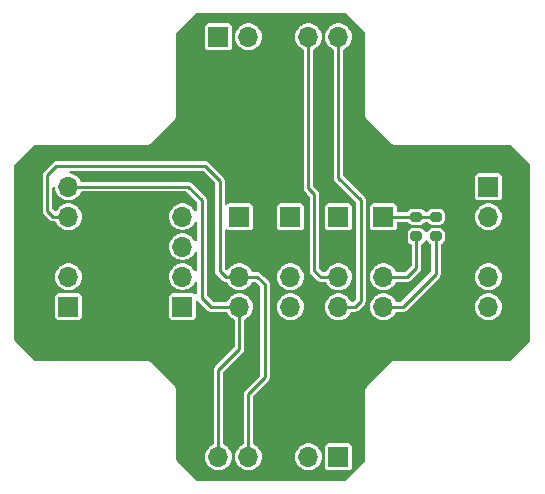
<source format=gbr>
%TF.GenerationSoftware,KiCad,Pcbnew,8.0.2*%
%TF.CreationDate,2024-06-10T10:52:32+02:00*%
%TF.ProjectId,Bag plane,42616720-706c-4616-9e65-2e6b69636164,rev?*%
%TF.SameCoordinates,Original*%
%TF.FileFunction,Copper,L1,Top*%
%TF.FilePolarity,Positive*%
%FSLAX46Y46*%
G04 Gerber Fmt 4.6, Leading zero omitted, Abs format (unit mm)*
G04 Created by KiCad (PCBNEW 8.0.2) date 2024-06-10 10:52:32*
%MOMM*%
%LPD*%
G01*
G04 APERTURE LIST*
G04 Aperture macros list*
%AMRoundRect*
0 Rectangle with rounded corners*
0 $1 Rounding radius*
0 $2 $3 $4 $5 $6 $7 $8 $9 X,Y pos of 4 corners*
0 Add a 4 corners polygon primitive as box body*
4,1,4,$2,$3,$4,$5,$6,$7,$8,$9,$2,$3,0*
0 Add four circle primitives for the rounded corners*
1,1,$1+$1,$2,$3*
1,1,$1+$1,$4,$5*
1,1,$1+$1,$6,$7*
1,1,$1+$1,$8,$9*
0 Add four rect primitives between the rounded corners*
20,1,$1+$1,$2,$3,$4,$5,0*
20,1,$1+$1,$4,$5,$6,$7,0*
20,1,$1+$1,$6,$7,$8,$9,0*
20,1,$1+$1,$8,$9,$2,$3,0*%
G04 Aperture macros list end*
%TA.AperFunction,ComponentPad*%
%ADD10R,1.700000X1.700000*%
%TD*%
%TA.AperFunction,ComponentPad*%
%ADD11O,1.700000X1.700000*%
%TD*%
%TA.AperFunction,SMDPad,CuDef*%
%ADD12RoundRect,0.200000X0.275000X-0.200000X0.275000X0.200000X-0.275000X0.200000X-0.275000X-0.200000X0*%
%TD*%
%TA.AperFunction,Conductor*%
%ADD13C,0.254000*%
%TD*%
G04 APERTURE END LIST*
D10*
%TO.P,J7,1,Pin_1*%
%TO.N,/VCC J7*%
X145796000Y-71120000D03*
D11*
%TO.P,J7,2,Pin_2*%
%TO.N,unconnected-(J7-Pin_2-Pad2)*%
X145796000Y-73660000D03*
%TO.P,J7,3,Pin_3*%
%TO.N,GND*%
X145796000Y-76200000D03*
%TO.P,J7,4,Pin_4*%
%TO.N,/SDA*%
X145796000Y-78740000D03*
%TO.P,J7,5,Pin_5*%
%TO.N,/SCL*%
X145796000Y-81280000D03*
%TD*%
D12*
%TO.P,R2,1*%
%TO.N,/SDA*%
X139700000Y-75323200D03*
%TO.P,R2,2*%
%TO.N,/VCC*%
X139700000Y-73673200D03*
%TD*%
D10*
%TO.P,J2,1,Pin_1*%
%TO.N,/VCC J2*%
X110236000Y-81275000D03*
D11*
%TO.P,J2,2,Pin_2*%
%TO.N,unconnected-(J2-Pin_2-Pad2)*%
X110236000Y-78735000D03*
%TO.P,J2,3,Pin_3*%
%TO.N,GND*%
X110236000Y-76195000D03*
%TO.P,J2,4,Pin_4*%
%TO.N,/SDA*%
X110236000Y-73655000D03*
%TO.P,J2,5,Pin_5*%
%TO.N,/SCL*%
X110236000Y-71115000D03*
%TD*%
D10*
%TO.P,J4,1,Pin_1*%
%TO.N,/VCC*%
X129032000Y-73660000D03*
D11*
%TO.P,J4,2,Pin_2*%
%TO.N,GND*%
X129032000Y-76200000D03*
%TO.P,J4,3,Pin_3*%
%TO.N,/SDA*%
X129032000Y-78740000D03*
%TO.P,J4,4,Pin_4*%
%TO.N,/SCL*%
X129032000Y-81280000D03*
%TD*%
D10*
%TO.P,J5,1,Pin_1*%
%TO.N,/VCC*%
X133096000Y-73670000D03*
D11*
%TO.P,J5,2,Pin_2*%
%TO.N,GND*%
X133096000Y-76210000D03*
%TO.P,J5,3,Pin_3*%
%TO.N,/SDA*%
X133096000Y-78750000D03*
%TO.P,J5,4,Pin_4*%
%TO.N,/SCL*%
X133096000Y-81290000D03*
%TD*%
D10*
%TO.P,J6,1,Pin_1*%
%TO.N,/VCC*%
X136906000Y-73660000D03*
D11*
%TO.P,J6,2,Pin_2*%
%TO.N,GND*%
X136906000Y-76200000D03*
%TO.P,J6,3,Pin_3*%
%TO.N,/SDA*%
X136906000Y-78740000D03*
%TO.P,J6,4,Pin_4*%
%TO.N,/SCL*%
X136906000Y-81280000D03*
%TD*%
D10*
%TO.P,J9,1,Pin_1*%
%TO.N,4*%
X119888000Y-81270000D03*
D11*
%TO.P,J9,2,Pin_2*%
%TO.N,3*%
X119888000Y-78730000D03*
%TO.P,J9,3,Pin_3*%
%TO.N,2*%
X119888000Y-76190000D03*
%TO.P,J9,4,Pin_4*%
%TO.N,1*%
X119888000Y-73650000D03*
%TD*%
D10*
%TO.P,J1,1,Pin_1*%
%TO.N,/VCC J1*%
X122936000Y-58420000D03*
D11*
%TO.P,J1,2,Pin_2*%
%TO.N,unconnected-(J1-Pin_2-Pad2)*%
X125476000Y-58420000D03*
%TO.P,J1,3,Pin_3*%
%TO.N,GND*%
X128016000Y-58420000D03*
%TO.P,J1,4,Pin_4*%
%TO.N,/SDA*%
X130556000Y-58420000D03*
%TO.P,J1,5,Pin_5*%
%TO.N,/SCL*%
X133096000Y-58420000D03*
%TD*%
D10*
%TO.P,J3,1,Pin_1*%
%TO.N,/VCC*%
X124714000Y-73660000D03*
D11*
%TO.P,J3,2,Pin_2*%
%TO.N,GND*%
X124714000Y-76200000D03*
%TO.P,J3,3,Pin_3*%
%TO.N,/SDA*%
X124714000Y-78740000D03*
%TO.P,J3,4,Pin_4*%
%TO.N,/SCL*%
X124714000Y-81280000D03*
%TD*%
D10*
%TO.P,J8,1,Pin_1*%
%TO.N,/VCC J8*%
X133096000Y-93980000D03*
D11*
%TO.P,J8,2,Pin_2*%
%TO.N,unconnected-(J8-Pin_2-Pad2)*%
X130556000Y-93980000D03*
%TO.P,J8,3,Pin_3*%
%TO.N,GND*%
X128016000Y-93980000D03*
%TO.P,J8,4,Pin_4*%
%TO.N,/SDA*%
X125476000Y-93980000D03*
%TO.P,J8,5,Pin_5*%
%TO.N,/SCL*%
X122936000Y-93980000D03*
%TD*%
D12*
%TO.P,R1,1*%
%TO.N,/SCL*%
X141351000Y-75323200D03*
%TO.P,R1,2*%
%TO.N,/VCC*%
X141351000Y-73673200D03*
%TD*%
D13*
%TO.N,/VCC*%
X136919200Y-73673200D02*
X136906000Y-73660000D01*
X141351000Y-73673200D02*
X139700000Y-73673200D01*
X139700000Y-73673200D02*
X136919200Y-73673200D01*
%TO.N,/SDA*%
X123571000Y-78740000D02*
X124714000Y-78740000D01*
X131582000Y-78750000D02*
X133096000Y-78750000D01*
X126873000Y-79375000D02*
X126238000Y-78740000D01*
X130556000Y-58420000D02*
X130556000Y-71247000D01*
X109220000Y-69342000D02*
X121793000Y-69342000D01*
X121793000Y-69342000D02*
X123063000Y-70612000D01*
X123063000Y-78232000D02*
X123571000Y-78740000D01*
X125476000Y-88646000D02*
X126873000Y-87249000D01*
X131064000Y-78232000D02*
X131582000Y-78750000D01*
X139700000Y-77978000D02*
X139700000Y-75323200D01*
X126873000Y-87249000D02*
X126873000Y-79375000D01*
X130556000Y-71247000D02*
X131064000Y-71755000D01*
X131064000Y-71755000D02*
X131064000Y-78232000D01*
X108458000Y-73152000D02*
X108458000Y-70104000D01*
X138938000Y-78740000D02*
X139700000Y-77978000D01*
X125476000Y-93980000D02*
X125476000Y-88646000D01*
X123063000Y-70612000D02*
X123063000Y-78232000D01*
X110236000Y-73655000D02*
X108961000Y-73655000D01*
X126238000Y-78740000D02*
X124714000Y-78740000D01*
X108961000Y-73655000D02*
X108458000Y-73152000D01*
X108458000Y-70104000D02*
X109220000Y-69342000D01*
X136906000Y-78740000D02*
X138938000Y-78740000D01*
%TO.N,/SCL*%
X122301000Y-81280000D02*
X124714000Y-81280000D01*
X133096000Y-70358000D02*
X135001000Y-72263000D01*
X135001000Y-80772000D02*
X134483000Y-81290000D01*
X135001000Y-72263000D02*
X135001000Y-80772000D01*
X124714000Y-84836000D02*
X124714000Y-81280000D01*
X138557000Y-81280000D02*
X141351000Y-78486000D01*
X121539000Y-80518000D02*
X122301000Y-81280000D01*
X136906000Y-81280000D02*
X138557000Y-81280000D01*
X110236000Y-71115000D02*
X120391000Y-71115000D01*
X122936000Y-93980000D02*
X122936000Y-86614000D01*
X121539000Y-72263000D02*
X121539000Y-80518000D01*
X141351000Y-78486000D02*
X141351000Y-75323200D01*
X122936000Y-86614000D02*
X124714000Y-84836000D01*
X133096000Y-58420000D02*
X133096000Y-70358000D01*
X120391000Y-71115000D02*
X121539000Y-72263000D01*
X134483000Y-81290000D02*
X133096000Y-81290000D01*
%TD*%
%TA.AperFunction,Conductor*%
%TO.N,GND*%
G36*
X133695049Y-56408185D02*
G01*
X133715691Y-56424819D01*
X135345181Y-58054309D01*
X135378666Y-58115632D01*
X135381500Y-58141990D01*
X135381500Y-65122944D01*
X135416153Y-65252275D01*
X135449626Y-65310250D01*
X135483099Y-65368227D01*
X137577773Y-67462901D01*
X137693726Y-67529847D01*
X137823055Y-67564500D01*
X147598010Y-67564500D01*
X147665049Y-67584185D01*
X147685691Y-67600819D01*
X149315181Y-69230309D01*
X149348666Y-69291632D01*
X149351500Y-69317990D01*
X149351500Y-84098010D01*
X149331815Y-84165049D01*
X149315181Y-84185691D01*
X147685691Y-85815181D01*
X147624368Y-85848666D01*
X147598010Y-85851500D01*
X137823055Y-85851500D01*
X137693724Y-85886153D01*
X137577773Y-85953099D01*
X137577770Y-85953101D01*
X135483101Y-88047770D01*
X135483099Y-88047773D01*
X135416153Y-88163724D01*
X135381500Y-88293055D01*
X135381500Y-94258010D01*
X135361815Y-94325049D01*
X135345181Y-94345691D01*
X133715691Y-95975181D01*
X133654368Y-96008666D01*
X133628010Y-96011500D01*
X121133990Y-96011500D01*
X121066951Y-95991815D01*
X121046309Y-95975181D01*
X119416819Y-94345691D01*
X119383334Y-94284368D01*
X119380500Y-94258010D01*
X119380500Y-88293057D01*
X119380500Y-88293055D01*
X119345847Y-88163726D01*
X119278901Y-88047773D01*
X117184227Y-85953099D01*
X117126250Y-85919626D01*
X117068275Y-85886153D01*
X117003609Y-85868826D01*
X116938945Y-85851500D01*
X116938944Y-85851500D01*
X107417990Y-85851500D01*
X107350951Y-85831815D01*
X107330309Y-85815181D01*
X105700819Y-84185691D01*
X105667334Y-84124368D01*
X105664500Y-84098010D01*
X105664500Y-80383206D01*
X109106100Y-80383206D01*
X109106100Y-82166793D01*
X109108815Y-82190194D01*
X109151085Y-82285923D01*
X109225076Y-82359914D01*
X109225077Y-82359914D01*
X109225079Y-82359916D01*
X109320807Y-82402185D01*
X109344210Y-82404900D01*
X109344212Y-82404900D01*
X111127788Y-82404900D01*
X111127790Y-82404900D01*
X111151193Y-82402185D01*
X111246921Y-82359916D01*
X111320916Y-82285921D01*
X111363185Y-82190193D01*
X111365900Y-82166790D01*
X111365900Y-80383210D01*
X111363185Y-80359807D01*
X111320916Y-80264079D01*
X111320914Y-80264077D01*
X111320914Y-80264076D01*
X111246923Y-80190085D01*
X111235599Y-80185085D01*
X111226885Y-80181237D01*
X111151194Y-80147815D01*
X111127793Y-80145100D01*
X111127790Y-80145100D01*
X109344210Y-80145100D01*
X109344206Y-80145100D01*
X109320805Y-80147815D01*
X109225076Y-80190085D01*
X109151085Y-80264076D01*
X109108815Y-80359805D01*
X109106100Y-80383206D01*
X105664500Y-80383206D01*
X105664500Y-78734999D01*
X109101259Y-78734999D01*
X109101259Y-78735000D01*
X109120579Y-78943507D01*
X109177885Y-79144913D01*
X109177890Y-79144926D01*
X109228184Y-79245928D01*
X109271224Y-79332364D01*
X109393640Y-79494470D01*
X109397418Y-79499472D01*
X109397421Y-79499475D01*
X109552165Y-79640542D01*
X109552167Y-79640544D01*
X109730198Y-79750776D01*
X109730199Y-79750776D01*
X109730202Y-79750778D01*
X109925463Y-79826423D01*
X110131299Y-79864900D01*
X110131301Y-79864900D01*
X110340699Y-79864900D01*
X110340701Y-79864900D01*
X110546537Y-79826423D01*
X110741798Y-79750778D01*
X110919834Y-79640543D01*
X111074584Y-79499470D01*
X111200776Y-79332364D01*
X111294114Y-79144916D01*
X111351420Y-78943508D01*
X111370741Y-78735000D01*
X111351420Y-78526492D01*
X111294114Y-78325084D01*
X111291625Y-78320086D01*
X111221089Y-78178430D01*
X111200776Y-78137636D01*
X111074584Y-77970530D01*
X111074581Y-77970527D01*
X111074578Y-77970524D01*
X110919834Y-77829457D01*
X110919832Y-77829455D01*
X110741801Y-77719223D01*
X110741795Y-77719221D01*
X110728894Y-77714223D01*
X110546537Y-77643577D01*
X110340701Y-77605100D01*
X110131299Y-77605100D01*
X109925463Y-77643577D01*
X109912557Y-77648577D01*
X109730204Y-77719221D01*
X109730198Y-77719223D01*
X109552167Y-77829455D01*
X109552165Y-77829457D01*
X109397421Y-77970524D01*
X109397418Y-77970527D01*
X109271224Y-78137635D01*
X109177890Y-78325073D01*
X109177885Y-78325086D01*
X109120579Y-78526492D01*
X109101259Y-78734999D01*
X105664500Y-78734999D01*
X105664500Y-73205567D01*
X108051099Y-73205567D01*
X108061685Y-73245073D01*
X108078830Y-73309058D01*
X108132399Y-73401843D01*
X108635399Y-73904842D01*
X108711158Y-73980601D01*
X108803943Y-74034170D01*
X108907431Y-74061900D01*
X109099607Y-74061900D01*
X109166646Y-74081585D01*
X109210607Y-74130629D01*
X109271222Y-74252362D01*
X109306237Y-74298729D01*
X109393640Y-74414470D01*
X109397418Y-74419472D01*
X109397421Y-74419475D01*
X109552165Y-74560542D01*
X109552167Y-74560544D01*
X109730198Y-74670776D01*
X109730199Y-74670776D01*
X109730202Y-74670778D01*
X109925463Y-74746423D01*
X110131299Y-74784900D01*
X110131301Y-74784900D01*
X110340699Y-74784900D01*
X110340701Y-74784900D01*
X110546537Y-74746423D01*
X110741798Y-74670778D01*
X110919834Y-74560543D01*
X111074584Y-74419470D01*
X111200776Y-74252364D01*
X111294114Y-74064916D01*
X111351420Y-73863508D01*
X111370741Y-73655000D01*
X111351420Y-73446492D01*
X111294114Y-73245084D01*
X111292002Y-73240843D01*
X111236993Y-73130370D01*
X111200776Y-73057636D01*
X111074584Y-72890530D01*
X111074581Y-72890527D01*
X111074578Y-72890524D01*
X110919834Y-72749457D01*
X110919832Y-72749455D01*
X110741801Y-72639223D01*
X110741795Y-72639221D01*
X110728894Y-72634223D01*
X110546537Y-72563577D01*
X110340701Y-72525100D01*
X110131299Y-72525100D01*
X109925463Y-72563577D01*
X109801981Y-72611414D01*
X109730204Y-72639221D01*
X109730198Y-72639223D01*
X109552167Y-72749455D01*
X109552165Y-72749457D01*
X109397421Y-72890524D01*
X109397418Y-72890527D01*
X109271225Y-73057633D01*
X109237631Y-73125099D01*
X109190127Y-73176335D01*
X109122464Y-73193756D01*
X109056124Y-73171830D01*
X109038957Y-73157513D01*
X108901216Y-73019773D01*
X108867734Y-72958452D01*
X108864900Y-72932094D01*
X108864900Y-71246359D01*
X108884585Y-71179320D01*
X108937389Y-71133565D01*
X109006547Y-71123621D01*
X109070103Y-71152646D01*
X109107877Y-71211424D01*
X109112371Y-71234918D01*
X109120579Y-71323507D01*
X109177885Y-71524913D01*
X109177890Y-71524926D01*
X109271224Y-71712364D01*
X109397418Y-71879472D01*
X109397421Y-71879475D01*
X109552165Y-72020542D01*
X109552167Y-72020544D01*
X109730198Y-72130776D01*
X109730199Y-72130776D01*
X109730202Y-72130778D01*
X109925463Y-72206423D01*
X110131299Y-72244900D01*
X110131301Y-72244900D01*
X110340699Y-72244900D01*
X110340701Y-72244900D01*
X110546537Y-72206423D01*
X110741798Y-72130778D01*
X110919834Y-72020543D01*
X111074584Y-71879470D01*
X111200776Y-71712364D01*
X111257751Y-71597943D01*
X111261393Y-71590629D01*
X111308896Y-71539391D01*
X111372393Y-71521900D01*
X120171094Y-71521900D01*
X120238133Y-71541585D01*
X120258775Y-71558219D01*
X121095781Y-72395225D01*
X121129266Y-72456548D01*
X121132100Y-72482906D01*
X121132100Y-73086378D01*
X121112415Y-73153417D01*
X121059611Y-73199172D01*
X120990453Y-73209116D01*
X120926897Y-73180091D01*
X120897100Y-73141650D01*
X120875579Y-73098430D01*
X120852776Y-73052636D01*
X120726584Y-72885530D01*
X120726581Y-72885527D01*
X120726578Y-72885524D01*
X120571834Y-72744457D01*
X120571832Y-72744455D01*
X120393801Y-72634223D01*
X120393795Y-72634221D01*
X120383070Y-72630066D01*
X120198537Y-72558577D01*
X119992701Y-72520100D01*
X119783299Y-72520100D01*
X119577463Y-72558577D01*
X119479364Y-72596581D01*
X119382204Y-72634221D01*
X119382198Y-72634223D01*
X119204167Y-72744455D01*
X119204165Y-72744457D01*
X119049421Y-72885524D01*
X119049418Y-72885527D01*
X118923224Y-73052635D01*
X118829890Y-73240073D01*
X118829885Y-73240086D01*
X118772579Y-73441492D01*
X118753259Y-73649999D01*
X118753259Y-73650000D01*
X118772579Y-73858507D01*
X118829885Y-74059913D01*
X118829890Y-74059926D01*
X118923223Y-74247362D01*
X118923224Y-74247364D01*
X118998431Y-74346955D01*
X119049418Y-74414472D01*
X119049421Y-74414475D01*
X119060391Y-74424475D01*
X119200052Y-74551793D01*
X119204165Y-74555542D01*
X119204167Y-74555544D01*
X119382198Y-74665776D01*
X119382199Y-74665776D01*
X119382202Y-74665778D01*
X119577463Y-74741423D01*
X119783299Y-74779900D01*
X119783301Y-74779900D01*
X119992699Y-74779900D01*
X119992701Y-74779900D01*
X120198537Y-74741423D01*
X120393798Y-74665778D01*
X120571834Y-74555543D01*
X120726584Y-74414470D01*
X120852776Y-74247364D01*
X120852777Y-74247362D01*
X120897100Y-74158350D01*
X120944603Y-74107112D01*
X121012265Y-74089691D01*
X121078606Y-74111616D01*
X121122561Y-74165928D01*
X121132100Y-74213621D01*
X121132100Y-75626378D01*
X121112415Y-75693417D01*
X121059611Y-75739172D01*
X120990453Y-75749116D01*
X120926897Y-75720091D01*
X120897100Y-75681650D01*
X120880486Y-75648286D01*
X120852776Y-75592636D01*
X120726584Y-75425530D01*
X120726581Y-75425527D01*
X120726578Y-75425524D01*
X120571834Y-75284457D01*
X120571832Y-75284455D01*
X120393801Y-75174223D01*
X120393795Y-75174221D01*
X120198537Y-75098577D01*
X119992701Y-75060100D01*
X119783299Y-75060100D01*
X119577463Y-75098577D01*
X119453981Y-75146414D01*
X119382204Y-75174221D01*
X119382198Y-75174223D01*
X119204167Y-75284455D01*
X119204165Y-75284457D01*
X119049421Y-75425524D01*
X119049418Y-75425527D01*
X118923224Y-75592635D01*
X118829890Y-75780073D01*
X118829885Y-75780086D01*
X118772579Y-75981492D01*
X118753259Y-76189999D01*
X118753259Y-76190000D01*
X118772579Y-76398507D01*
X118829885Y-76599913D01*
X118829890Y-76599926D01*
X118923224Y-76787364D01*
X119049418Y-76954472D01*
X119049421Y-76954475D01*
X119204165Y-77095542D01*
X119204167Y-77095544D01*
X119382198Y-77205776D01*
X119382199Y-77205776D01*
X119382202Y-77205778D01*
X119577463Y-77281423D01*
X119783299Y-77319900D01*
X119783301Y-77319900D01*
X119992699Y-77319900D01*
X119992701Y-77319900D01*
X120198537Y-77281423D01*
X120393798Y-77205778D01*
X120571834Y-77095543D01*
X120726584Y-76954470D01*
X120852776Y-76787364D01*
X120869578Y-76753621D01*
X120897100Y-76698350D01*
X120944603Y-76647112D01*
X121012265Y-76629691D01*
X121078606Y-76651616D01*
X121122561Y-76705928D01*
X121132100Y-76753621D01*
X121132100Y-78166378D01*
X121112415Y-78233417D01*
X121059611Y-78279172D01*
X120990453Y-78289116D01*
X120926897Y-78260091D01*
X120897100Y-78221650D01*
X120875579Y-78178430D01*
X120852776Y-78132636D01*
X120726584Y-77965530D01*
X120726581Y-77965527D01*
X120726578Y-77965524D01*
X120571834Y-77824457D01*
X120571832Y-77824455D01*
X120393801Y-77714223D01*
X120393795Y-77714221D01*
X120198537Y-77638577D01*
X119992701Y-77600100D01*
X119783299Y-77600100D01*
X119577463Y-77638577D01*
X119453981Y-77686414D01*
X119382204Y-77714221D01*
X119382198Y-77714223D01*
X119204167Y-77824455D01*
X119204165Y-77824457D01*
X119049421Y-77965524D01*
X119049418Y-77965527D01*
X118923224Y-78132635D01*
X118829890Y-78320073D01*
X118829885Y-78320086D01*
X118772579Y-78521492D01*
X118753259Y-78729999D01*
X118753259Y-78730000D01*
X118772579Y-78938507D01*
X118829885Y-79139913D01*
X118829890Y-79139926D01*
X118923224Y-79327364D01*
X119049418Y-79494472D01*
X119049421Y-79494475D01*
X119204165Y-79635542D01*
X119204167Y-79635544D01*
X119382198Y-79745776D01*
X119382199Y-79745776D01*
X119382202Y-79745778D01*
X119577463Y-79821423D01*
X119783299Y-79859900D01*
X119783301Y-79859900D01*
X119992699Y-79859900D01*
X119992701Y-79859900D01*
X120198537Y-79821423D01*
X120393798Y-79745778D01*
X120571834Y-79635543D01*
X120726584Y-79494470D01*
X120852776Y-79327364D01*
X120869578Y-79293621D01*
X120897100Y-79238350D01*
X120944603Y-79187112D01*
X121012265Y-79169691D01*
X121078606Y-79191616D01*
X121122561Y-79245928D01*
X121132100Y-79293621D01*
X121132100Y-80118900D01*
X121112415Y-80185939D01*
X121059611Y-80231694D01*
X120990453Y-80241638D01*
X120926897Y-80212613D01*
X120920419Y-80206581D01*
X120898923Y-80185085D01*
X120803194Y-80142815D01*
X120779793Y-80140100D01*
X120779790Y-80140100D01*
X118996210Y-80140100D01*
X118996206Y-80140100D01*
X118972805Y-80142815D01*
X118877076Y-80185085D01*
X118803085Y-80259076D01*
X118760815Y-80354805D01*
X118758100Y-80378206D01*
X118758100Y-82161793D01*
X118760815Y-82185194D01*
X118803085Y-82280923D01*
X118877076Y-82354914D01*
X118877077Y-82354914D01*
X118877079Y-82354916D01*
X118972807Y-82397185D01*
X118996210Y-82399900D01*
X118996212Y-82399900D01*
X120779788Y-82399900D01*
X120779790Y-82399900D01*
X120803193Y-82397185D01*
X120898921Y-82354916D01*
X120972916Y-82280921D01*
X121015185Y-82185193D01*
X121017900Y-82161790D01*
X121017900Y-80871706D01*
X121037585Y-80804667D01*
X121090389Y-80758912D01*
X121159547Y-80748968D01*
X121223103Y-80777993D01*
X121229581Y-80784025D01*
X122051157Y-81605601D01*
X122143943Y-81659170D01*
X122247430Y-81686900D01*
X122247431Y-81686900D01*
X123577607Y-81686900D01*
X123644646Y-81706585D01*
X123688607Y-81755629D01*
X123749222Y-81877362D01*
X123875418Y-82044472D01*
X123875421Y-82044475D01*
X124030165Y-82185542D01*
X124030167Y-82185544D01*
X124046318Y-82195544D01*
X124208202Y-82295778D01*
X124208207Y-82295779D01*
X124208209Y-82295781D01*
X124227892Y-82303406D01*
X124283295Y-82345978D01*
X124306886Y-82411744D01*
X124307100Y-82419033D01*
X124307100Y-84616094D01*
X124287415Y-84683133D01*
X124270781Y-84703775D01*
X122610400Y-86364155D01*
X122610396Y-86364160D01*
X122556829Y-86456941D01*
X122556830Y-86456941D01*
X122556830Y-86456942D01*
X122529100Y-86560431D01*
X122529100Y-92840966D01*
X122509415Y-92908005D01*
X122456611Y-92953760D01*
X122449899Y-92956591D01*
X122430198Y-92964223D01*
X122252167Y-93074455D01*
X122252165Y-93074457D01*
X122097421Y-93215524D01*
X122097418Y-93215527D01*
X121971224Y-93382635D01*
X121877890Y-93570073D01*
X121877885Y-93570086D01*
X121820579Y-93771492D01*
X121801259Y-93979999D01*
X121801259Y-93980000D01*
X121820579Y-94188507D01*
X121877885Y-94389913D01*
X121877890Y-94389926D01*
X121909325Y-94453055D01*
X121971224Y-94577364D01*
X122076123Y-94716274D01*
X122097418Y-94744472D01*
X122097421Y-94744475D01*
X122252165Y-94885542D01*
X122252167Y-94885544D01*
X122430198Y-94995776D01*
X122430199Y-94995776D01*
X122430202Y-94995778D01*
X122625463Y-95071423D01*
X122831299Y-95109900D01*
X122831301Y-95109900D01*
X123040699Y-95109900D01*
X123040701Y-95109900D01*
X123246537Y-95071423D01*
X123441798Y-94995778D01*
X123619834Y-94885543D01*
X123774584Y-94744470D01*
X123900776Y-94577364D01*
X123994114Y-94389916D01*
X124051420Y-94188508D01*
X124070741Y-93980000D01*
X124051420Y-93771492D01*
X123994114Y-93570084D01*
X123900776Y-93382636D01*
X123774584Y-93215530D01*
X123774581Y-93215527D01*
X123774578Y-93215524D01*
X123619834Y-93074457D01*
X123619832Y-93074455D01*
X123441801Y-92964223D01*
X123422101Y-92956591D01*
X123366701Y-92914016D01*
X123343114Y-92848248D01*
X123342900Y-92840966D01*
X123342900Y-86833906D01*
X123362585Y-86766867D01*
X123379219Y-86746225D01*
X124172345Y-85953099D01*
X125039601Y-85085843D01*
X125093170Y-84993057D01*
X125120900Y-84889570D01*
X125120900Y-84782430D01*
X125120900Y-82419033D01*
X125140585Y-82351994D01*
X125193389Y-82306239D01*
X125200108Y-82303406D01*
X125219790Y-82295781D01*
X125219789Y-82295781D01*
X125219798Y-82295778D01*
X125397834Y-82185543D01*
X125552584Y-82044470D01*
X125678776Y-81877364D01*
X125772114Y-81689916D01*
X125829420Y-81488508D01*
X125848741Y-81280000D01*
X125829420Y-81071492D01*
X125772114Y-80870084D01*
X125768793Y-80863415D01*
X125696599Y-80718430D01*
X125678776Y-80682636D01*
X125552584Y-80515530D01*
X125552581Y-80515527D01*
X125552578Y-80515524D01*
X125397834Y-80374457D01*
X125397832Y-80374455D01*
X125219801Y-80264223D01*
X125219795Y-80264221D01*
X125024537Y-80188577D01*
X124818701Y-80150100D01*
X124609299Y-80150100D01*
X124403463Y-80188577D01*
X124292166Y-80231694D01*
X124208204Y-80264221D01*
X124208198Y-80264223D01*
X124030167Y-80374455D01*
X124030165Y-80374457D01*
X123875421Y-80515524D01*
X123875418Y-80515527D01*
X123749222Y-80682637D01*
X123688607Y-80804371D01*
X123641104Y-80855609D01*
X123577607Y-80873100D01*
X122520906Y-80873100D01*
X122453867Y-80853415D01*
X122433225Y-80836781D01*
X121982219Y-80385775D01*
X121948734Y-80324452D01*
X121945900Y-80298094D01*
X121945900Y-72209433D01*
X121945899Y-72209429D01*
X121945093Y-72206422D01*
X121925734Y-72134169D01*
X121924864Y-72130923D01*
X121918171Y-72105945D01*
X121918168Y-72105938D01*
X121864603Y-72013160D01*
X121864599Y-72013155D01*
X120640844Y-70789400D01*
X120640843Y-70789399D01*
X120548058Y-70735830D01*
X120548059Y-70735830D01*
X120522186Y-70728897D01*
X120444570Y-70708100D01*
X120444569Y-70708100D01*
X120444567Y-70708100D01*
X111372393Y-70708100D01*
X111305354Y-70688415D01*
X111261393Y-70639371D01*
X111200777Y-70517637D01*
X111120679Y-70411570D01*
X111074584Y-70350530D01*
X111074581Y-70350527D01*
X111074578Y-70350524D01*
X110919834Y-70209457D01*
X110919832Y-70209455D01*
X110741801Y-70099223D01*
X110741795Y-70099221D01*
X110546537Y-70023577D01*
X110392529Y-69994788D01*
X110330250Y-69963121D01*
X110294977Y-69902809D01*
X110297911Y-69833000D01*
X110338120Y-69775860D01*
X110402838Y-69749529D01*
X110415316Y-69748900D01*
X121573094Y-69748900D01*
X121640133Y-69768585D01*
X121660775Y-69785219D01*
X122619781Y-70744225D01*
X122653266Y-70805548D01*
X122656100Y-70831906D01*
X122656100Y-78285567D01*
X122656099Y-78285567D01*
X122668025Y-78330073D01*
X122683830Y-78389058D01*
X122737399Y-78481843D01*
X123245399Y-78989842D01*
X123321158Y-79065601D01*
X123413943Y-79119170D01*
X123517431Y-79146900D01*
X123577607Y-79146900D01*
X123644646Y-79166585D01*
X123688607Y-79215629D01*
X123749222Y-79337362D01*
X123812320Y-79420917D01*
X123871640Y-79499470D01*
X123875418Y-79504472D01*
X123875421Y-79504475D01*
X124030165Y-79645542D01*
X124030167Y-79645544D01*
X124208198Y-79755776D01*
X124208199Y-79755776D01*
X124208202Y-79755778D01*
X124403463Y-79831423D01*
X124609299Y-79869900D01*
X124609301Y-79869900D01*
X124818699Y-79869900D01*
X124818701Y-79869900D01*
X125024537Y-79831423D01*
X125219798Y-79755778D01*
X125397834Y-79645543D01*
X125552584Y-79504470D01*
X125678776Y-79337364D01*
X125728079Y-79238350D01*
X125739393Y-79215629D01*
X125786896Y-79164391D01*
X125850393Y-79146900D01*
X126018094Y-79146900D01*
X126085133Y-79166585D01*
X126105775Y-79183219D01*
X126429781Y-79507224D01*
X126463266Y-79568547D01*
X126466100Y-79594905D01*
X126466100Y-87029094D01*
X126446415Y-87096133D01*
X126429781Y-87116775D01*
X125150400Y-88396155D01*
X125150396Y-88396160D01*
X125096829Y-88488941D01*
X125096830Y-88488941D01*
X125096830Y-88488942D01*
X125069100Y-88592431D01*
X125069100Y-92840966D01*
X125049415Y-92908005D01*
X124996611Y-92953760D01*
X124989899Y-92956591D01*
X124970198Y-92964223D01*
X124792167Y-93074455D01*
X124792165Y-93074457D01*
X124637421Y-93215524D01*
X124637418Y-93215527D01*
X124511224Y-93382635D01*
X124417890Y-93570073D01*
X124417885Y-93570086D01*
X124360579Y-93771492D01*
X124341259Y-93979999D01*
X124341259Y-93980000D01*
X124360579Y-94188507D01*
X124417885Y-94389913D01*
X124417890Y-94389926D01*
X124449325Y-94453055D01*
X124511224Y-94577364D01*
X124616123Y-94716274D01*
X124637418Y-94744472D01*
X124637421Y-94744475D01*
X124792165Y-94885542D01*
X124792167Y-94885544D01*
X124970198Y-94995776D01*
X124970199Y-94995776D01*
X124970202Y-94995778D01*
X125165463Y-95071423D01*
X125371299Y-95109900D01*
X125371301Y-95109900D01*
X125580699Y-95109900D01*
X125580701Y-95109900D01*
X125786537Y-95071423D01*
X125981798Y-94995778D01*
X126159834Y-94885543D01*
X126314584Y-94744470D01*
X126440776Y-94577364D01*
X126534114Y-94389916D01*
X126591420Y-94188508D01*
X126610741Y-93980000D01*
X126610741Y-93979999D01*
X129421259Y-93979999D01*
X129421259Y-93980000D01*
X129440579Y-94188507D01*
X129497885Y-94389913D01*
X129497890Y-94389926D01*
X129529325Y-94453055D01*
X129591224Y-94577364D01*
X129696123Y-94716274D01*
X129717418Y-94744472D01*
X129717421Y-94744475D01*
X129872165Y-94885542D01*
X129872167Y-94885544D01*
X130050198Y-94995776D01*
X130050199Y-94995776D01*
X130050202Y-94995778D01*
X130245463Y-95071423D01*
X130451299Y-95109900D01*
X130451301Y-95109900D01*
X130660699Y-95109900D01*
X130660701Y-95109900D01*
X130866537Y-95071423D01*
X131061798Y-94995778D01*
X131239834Y-94885543D01*
X131394584Y-94744470D01*
X131520776Y-94577364D01*
X131614114Y-94389916D01*
X131671420Y-94188508D01*
X131690741Y-93980000D01*
X131671420Y-93771492D01*
X131614114Y-93570084D01*
X131520776Y-93382636D01*
X131394584Y-93215530D01*
X131394581Y-93215527D01*
X131394578Y-93215524D01*
X131254916Y-93088206D01*
X131966100Y-93088206D01*
X131966100Y-94871793D01*
X131968815Y-94895194D01*
X132011085Y-94990923D01*
X132085076Y-95064914D01*
X132085077Y-95064914D01*
X132085079Y-95064916D01*
X132180807Y-95107185D01*
X132204210Y-95109900D01*
X132204212Y-95109900D01*
X133987788Y-95109900D01*
X133987790Y-95109900D01*
X134011193Y-95107185D01*
X134106921Y-95064916D01*
X134180916Y-94990921D01*
X134223185Y-94895193D01*
X134225900Y-94871790D01*
X134225900Y-93088210D01*
X134223185Y-93064807D01*
X134180916Y-92969079D01*
X134180914Y-92969077D01*
X134180914Y-92969076D01*
X134106923Y-92895085D01*
X134011194Y-92852815D01*
X133987793Y-92850100D01*
X133987790Y-92850100D01*
X132204210Y-92850100D01*
X132204206Y-92850100D01*
X132180805Y-92852815D01*
X132085076Y-92895085D01*
X132011085Y-92969076D01*
X131968815Y-93064805D01*
X131966100Y-93088206D01*
X131254916Y-93088206D01*
X131239834Y-93074457D01*
X131239832Y-93074455D01*
X131061801Y-92964223D01*
X131061795Y-92964221D01*
X131042100Y-92956591D01*
X130866537Y-92888577D01*
X130660701Y-92850100D01*
X130451299Y-92850100D01*
X130245463Y-92888577D01*
X130195314Y-92908005D01*
X130050204Y-92964221D01*
X130050198Y-92964223D01*
X129872167Y-93074455D01*
X129872165Y-93074457D01*
X129717421Y-93215524D01*
X129717418Y-93215527D01*
X129591224Y-93382635D01*
X129497890Y-93570073D01*
X129497885Y-93570086D01*
X129440579Y-93771492D01*
X129421259Y-93979999D01*
X126610741Y-93979999D01*
X126591420Y-93771492D01*
X126534114Y-93570084D01*
X126440776Y-93382636D01*
X126314584Y-93215530D01*
X126314581Y-93215527D01*
X126314578Y-93215524D01*
X126159834Y-93074457D01*
X126159832Y-93074455D01*
X125981801Y-92964223D01*
X125962101Y-92956591D01*
X125906701Y-92914016D01*
X125883114Y-92848248D01*
X125882900Y-92840966D01*
X125882900Y-88865906D01*
X125902585Y-88798867D01*
X125919219Y-88778225D01*
X126533720Y-88163724D01*
X127198601Y-87498843D01*
X127252170Y-87406058D01*
X127252171Y-87406055D01*
X127259600Y-87378330D01*
X127259600Y-87378328D01*
X127279900Y-87302569D01*
X127279900Y-81279999D01*
X127897259Y-81279999D01*
X127897259Y-81280000D01*
X127916579Y-81488507D01*
X127973885Y-81689913D01*
X127973890Y-81689926D01*
X128067224Y-81877364D01*
X128193418Y-82044472D01*
X128193421Y-82044475D01*
X128348165Y-82185542D01*
X128348167Y-82185544D01*
X128526198Y-82295776D01*
X128526199Y-82295776D01*
X128526202Y-82295778D01*
X128721463Y-82371423D01*
X128927299Y-82409900D01*
X128927301Y-82409900D01*
X129136699Y-82409900D01*
X129136701Y-82409900D01*
X129342537Y-82371423D01*
X129537798Y-82295778D01*
X129715834Y-82185543D01*
X129870584Y-82044470D01*
X129996776Y-81877364D01*
X130090114Y-81689916D01*
X130147420Y-81488508D01*
X130166741Y-81280000D01*
X130147420Y-81071492D01*
X130090114Y-80870084D01*
X130086793Y-80863415D01*
X130014599Y-80718430D01*
X129996776Y-80682636D01*
X129870584Y-80515530D01*
X129870581Y-80515527D01*
X129870578Y-80515524D01*
X129715834Y-80374457D01*
X129715832Y-80374455D01*
X129537801Y-80264223D01*
X129537795Y-80264221D01*
X129342537Y-80188577D01*
X129136701Y-80150100D01*
X128927299Y-80150100D01*
X128721463Y-80188577D01*
X128610166Y-80231694D01*
X128526204Y-80264221D01*
X128526198Y-80264223D01*
X128348167Y-80374455D01*
X128348165Y-80374457D01*
X128193421Y-80515524D01*
X128193418Y-80515527D01*
X128067224Y-80682635D01*
X127973890Y-80870073D01*
X127973885Y-80870086D01*
X127916579Y-81071492D01*
X127897259Y-81279999D01*
X127279900Y-81279999D01*
X127279900Y-79321431D01*
X127252170Y-79217943D01*
X127198601Y-79125158D01*
X127122842Y-79049399D01*
X126813442Y-78739999D01*
X127897259Y-78739999D01*
X127897259Y-78740000D01*
X127916579Y-78948507D01*
X127973885Y-79149913D01*
X127973890Y-79149926D01*
X128059290Y-79321431D01*
X128067224Y-79337364D01*
X128189640Y-79499470D01*
X128193418Y-79504472D01*
X128193421Y-79504475D01*
X128348165Y-79645542D01*
X128348167Y-79645544D01*
X128526198Y-79755776D01*
X128526199Y-79755776D01*
X128526202Y-79755778D01*
X128721463Y-79831423D01*
X128927299Y-79869900D01*
X128927301Y-79869900D01*
X129136699Y-79869900D01*
X129136701Y-79869900D01*
X129342537Y-79831423D01*
X129537798Y-79755778D01*
X129715834Y-79645543D01*
X129870584Y-79504470D01*
X129996776Y-79337364D01*
X130090114Y-79149916D01*
X130147420Y-78948508D01*
X130166741Y-78740000D01*
X130147420Y-78531492D01*
X130090114Y-78330084D01*
X130087625Y-78325086D01*
X130039204Y-78227843D01*
X129996776Y-78142636D01*
X129870584Y-77975530D01*
X129870581Y-77975527D01*
X129870578Y-77975524D01*
X129715834Y-77834457D01*
X129715832Y-77834455D01*
X129537801Y-77724223D01*
X129537795Y-77724221D01*
X129524894Y-77719223D01*
X129342537Y-77648577D01*
X129136701Y-77610100D01*
X128927299Y-77610100D01*
X128721463Y-77648577D01*
X128597981Y-77696414D01*
X128526204Y-77724221D01*
X128526198Y-77724223D01*
X128348167Y-77834455D01*
X128348165Y-77834457D01*
X128193421Y-77975524D01*
X128193418Y-77975527D01*
X128067224Y-78142635D01*
X127973890Y-78330073D01*
X127973885Y-78330086D01*
X127916579Y-78531492D01*
X127897259Y-78739999D01*
X126813442Y-78739999D01*
X126487843Y-78414399D01*
X126395058Y-78360830D01*
X126395059Y-78360830D01*
X126368729Y-78353775D01*
X126291570Y-78333100D01*
X126291569Y-78333100D01*
X126291567Y-78333100D01*
X125850393Y-78333100D01*
X125783354Y-78313415D01*
X125739393Y-78264371D01*
X125678777Y-78142637D01*
X125600100Y-78038452D01*
X125552584Y-77975530D01*
X125552581Y-77975527D01*
X125552578Y-77975524D01*
X125397834Y-77834457D01*
X125397832Y-77834455D01*
X125219801Y-77724223D01*
X125219795Y-77724221D01*
X125206894Y-77719223D01*
X125024537Y-77648577D01*
X124818701Y-77610100D01*
X124609299Y-77610100D01*
X124403463Y-77648577D01*
X124279981Y-77696414D01*
X124208204Y-77724221D01*
X124208198Y-77724223D01*
X124030167Y-77834455D01*
X124030165Y-77834457D01*
X123875421Y-77975524D01*
X123875419Y-77975527D01*
X123875416Y-77975530D01*
X123847804Y-78012094D01*
X123748984Y-78142952D01*
X123692875Y-78184588D01*
X123623163Y-78189279D01*
X123562349Y-78155905D01*
X123506218Y-78099774D01*
X123472734Y-78038451D01*
X123469900Y-78012094D01*
X123469900Y-74811100D01*
X123489585Y-74744061D01*
X123542389Y-74698306D01*
X123611547Y-74688362D01*
X123675103Y-74717387D01*
X123681581Y-74723419D01*
X123703076Y-74744914D01*
X123703077Y-74744914D01*
X123703079Y-74744916D01*
X123798807Y-74787185D01*
X123822210Y-74789900D01*
X123822212Y-74789900D01*
X125605788Y-74789900D01*
X125605790Y-74789900D01*
X125629193Y-74787185D01*
X125724921Y-74744916D01*
X125798916Y-74670921D01*
X125841185Y-74575193D01*
X125843900Y-74551790D01*
X125843900Y-72768210D01*
X125843900Y-72768206D01*
X127902100Y-72768206D01*
X127902100Y-74551793D01*
X127904815Y-74575194D01*
X127947085Y-74670923D01*
X128021076Y-74744914D01*
X128021077Y-74744914D01*
X128021079Y-74744916D01*
X128116807Y-74787185D01*
X128140210Y-74789900D01*
X128140212Y-74789900D01*
X129923788Y-74789900D01*
X129923790Y-74789900D01*
X129947193Y-74787185D01*
X130042921Y-74744916D01*
X130116916Y-74670921D01*
X130159185Y-74575193D01*
X130161900Y-74551790D01*
X130161900Y-72768210D01*
X130159185Y-72744807D01*
X130116916Y-72649079D01*
X130116914Y-72649077D01*
X130116914Y-72649076D01*
X130042923Y-72575085D01*
X129947194Y-72532815D01*
X129923793Y-72530100D01*
X129923790Y-72530100D01*
X128140210Y-72530100D01*
X128140206Y-72530100D01*
X128116805Y-72532815D01*
X128021076Y-72575085D01*
X127947085Y-72649076D01*
X127904815Y-72744805D01*
X127902100Y-72768206D01*
X125843900Y-72768206D01*
X125841185Y-72744807D01*
X125798916Y-72649079D01*
X125798914Y-72649077D01*
X125798914Y-72649076D01*
X125724923Y-72575085D01*
X125629194Y-72532815D01*
X125605793Y-72530100D01*
X125605790Y-72530100D01*
X123822210Y-72530100D01*
X123822206Y-72530100D01*
X123798805Y-72532815D01*
X123703076Y-72575085D01*
X123681581Y-72596581D01*
X123620258Y-72630066D01*
X123550566Y-72625082D01*
X123494633Y-72583210D01*
X123470216Y-72517746D01*
X123469900Y-72508900D01*
X123469900Y-70558433D01*
X123469900Y-70558431D01*
X123442170Y-70454943D01*
X123442170Y-70454942D01*
X123442170Y-70454941D01*
X123388603Y-70362160D01*
X123388599Y-70362155D01*
X122042844Y-69016400D01*
X122042843Y-69016399D01*
X121950058Y-68962830D01*
X121950059Y-68962830D01*
X121924186Y-68955897D01*
X121846570Y-68935100D01*
X121846569Y-68935100D01*
X109273570Y-68935100D01*
X109166430Y-68935100D01*
X109097438Y-68953586D01*
X109062942Y-68962830D01*
X108970157Y-69016398D01*
X108132400Y-69854155D01*
X108132398Y-69854158D01*
X108078830Y-69946941D01*
X108078830Y-69946942D01*
X108066539Y-69992815D01*
X108055933Y-70032397D01*
X108055932Y-70032399D01*
X108051100Y-70050430D01*
X108051100Y-73205567D01*
X108051099Y-73205567D01*
X105664500Y-73205567D01*
X105664500Y-69317990D01*
X105684185Y-69250951D01*
X105700819Y-69230309D01*
X107330309Y-67600819D01*
X107391632Y-67567334D01*
X107417990Y-67564500D01*
X116938943Y-67564500D01*
X116938945Y-67564500D01*
X117068274Y-67529847D01*
X117184227Y-67462901D01*
X119278901Y-65368227D01*
X119345847Y-65252274D01*
X119380500Y-65122945D01*
X119380500Y-58141990D01*
X119400185Y-58074951D01*
X119416819Y-58054309D01*
X119942922Y-57528206D01*
X121806100Y-57528206D01*
X121806100Y-59311793D01*
X121808815Y-59335194D01*
X121851085Y-59430923D01*
X121925076Y-59504914D01*
X121925077Y-59504914D01*
X121925079Y-59504916D01*
X122020807Y-59547185D01*
X122044210Y-59549900D01*
X122044212Y-59549900D01*
X123827788Y-59549900D01*
X123827790Y-59549900D01*
X123851193Y-59547185D01*
X123946921Y-59504916D01*
X124020916Y-59430921D01*
X124063185Y-59335193D01*
X124065900Y-59311790D01*
X124065900Y-58419999D01*
X124341259Y-58419999D01*
X124341259Y-58420000D01*
X124360579Y-58628507D01*
X124417885Y-58829913D01*
X124417890Y-58829926D01*
X124511224Y-59017364D01*
X124637418Y-59184472D01*
X124637421Y-59184475D01*
X124792165Y-59325542D01*
X124792167Y-59325544D01*
X124970198Y-59435776D01*
X124970199Y-59435776D01*
X124970202Y-59435778D01*
X125165463Y-59511423D01*
X125371299Y-59549900D01*
X125371301Y-59549900D01*
X125580699Y-59549900D01*
X125580701Y-59549900D01*
X125786537Y-59511423D01*
X125981798Y-59435778D01*
X126159834Y-59325543D01*
X126314584Y-59184470D01*
X126440776Y-59017364D01*
X126534114Y-58829916D01*
X126591420Y-58628508D01*
X126610741Y-58420000D01*
X126610741Y-58419999D01*
X129421259Y-58419999D01*
X129421259Y-58420000D01*
X129440579Y-58628507D01*
X129497885Y-58829913D01*
X129497890Y-58829926D01*
X129591224Y-59017364D01*
X129717418Y-59184472D01*
X129717421Y-59184475D01*
X129872165Y-59325542D01*
X129872167Y-59325544D01*
X129973998Y-59388594D01*
X130050202Y-59435778D01*
X130050207Y-59435779D01*
X130050209Y-59435781D01*
X130069892Y-59443406D01*
X130125295Y-59485978D01*
X130148886Y-59551744D01*
X130149100Y-59559033D01*
X130149100Y-71300567D01*
X130149099Y-71300567D01*
X130149100Y-71300570D01*
X130176830Y-71404058D01*
X130230399Y-71496843D01*
X130434989Y-71701433D01*
X130620781Y-71887224D01*
X130654266Y-71948547D01*
X130657100Y-71974905D01*
X130657100Y-78285567D01*
X130657099Y-78285567D01*
X130669025Y-78330073D01*
X130684830Y-78389058D01*
X130738399Y-78481843D01*
X131332158Y-79075601D01*
X131424943Y-79129170D01*
X131528431Y-79156900D01*
X131635570Y-79156900D01*
X131959607Y-79156900D01*
X132026646Y-79176585D01*
X132070607Y-79225629D01*
X132131222Y-79347362D01*
X132131224Y-79347364D01*
X132251944Y-79507224D01*
X132257418Y-79514472D01*
X132257421Y-79514475D01*
X132412165Y-79655542D01*
X132412167Y-79655544D01*
X132590198Y-79765776D01*
X132590199Y-79765776D01*
X132590202Y-79765778D01*
X132785463Y-79841423D01*
X132991299Y-79879900D01*
X132991301Y-79879900D01*
X133200699Y-79879900D01*
X133200701Y-79879900D01*
X133406537Y-79841423D01*
X133601798Y-79765778D01*
X133779834Y-79655543D01*
X133934584Y-79514470D01*
X134060776Y-79347364D01*
X134154114Y-79159916D01*
X134211420Y-78958508D01*
X134230741Y-78750000D01*
X134211420Y-78541492D01*
X134154114Y-78340084D01*
X134150636Y-78333100D01*
X134073620Y-78178430D01*
X134060776Y-78152636D01*
X133934584Y-77985530D01*
X133934581Y-77985527D01*
X133934578Y-77985524D01*
X133779834Y-77844457D01*
X133779832Y-77844455D01*
X133601801Y-77734223D01*
X133601795Y-77734221D01*
X133406537Y-77658577D01*
X133200701Y-77620100D01*
X132991299Y-77620100D01*
X132785463Y-77658577D01*
X132661981Y-77706414D01*
X132590204Y-77734221D01*
X132590198Y-77734223D01*
X132412167Y-77844455D01*
X132412165Y-77844457D01*
X132257421Y-77985524D01*
X132257418Y-77985527D01*
X132131222Y-78152637D01*
X132070607Y-78274371D01*
X132023104Y-78325609D01*
X131959607Y-78343100D01*
X131801905Y-78343100D01*
X131734866Y-78323415D01*
X131714224Y-78306781D01*
X131507219Y-78099775D01*
X131473734Y-78038452D01*
X131470900Y-78012094D01*
X131470900Y-72778206D01*
X131966100Y-72778206D01*
X131966100Y-74561793D01*
X131967655Y-74575193D01*
X131968815Y-74585193D01*
X132006668Y-74670921D01*
X132011085Y-74680923D01*
X132085076Y-74754914D01*
X132085077Y-74754914D01*
X132085079Y-74754916D01*
X132180807Y-74797185D01*
X132204210Y-74799900D01*
X132204212Y-74799900D01*
X133987788Y-74799900D01*
X133987790Y-74799900D01*
X134011193Y-74797185D01*
X134106921Y-74754916D01*
X134180916Y-74680921D01*
X134223185Y-74585193D01*
X134225900Y-74561790D01*
X134225900Y-72778210D01*
X134223185Y-72754807D01*
X134180916Y-72659079D01*
X134180914Y-72659077D01*
X134180914Y-72659076D01*
X134106923Y-72585085D01*
X134011194Y-72542815D01*
X133987793Y-72540100D01*
X133987790Y-72540100D01*
X132204210Y-72540100D01*
X132204206Y-72540100D01*
X132180805Y-72542815D01*
X132085076Y-72585085D01*
X132011085Y-72659076D01*
X131968815Y-72754805D01*
X131966100Y-72778206D01*
X131470900Y-72778206D01*
X131470900Y-71701433D01*
X131470900Y-71701431D01*
X131443170Y-71597943D01*
X131389601Y-71505158D01*
X131313842Y-71429399D01*
X130999219Y-71114775D01*
X130965734Y-71053452D01*
X130962900Y-71027094D01*
X130962900Y-59559033D01*
X130982585Y-59491994D01*
X131035389Y-59446239D01*
X131042108Y-59443406D01*
X131061790Y-59435781D01*
X131061789Y-59435781D01*
X131061798Y-59435778D01*
X131239834Y-59325543D01*
X131394584Y-59184470D01*
X131520776Y-59017364D01*
X131614114Y-58829916D01*
X131671420Y-58628508D01*
X131690741Y-58420000D01*
X131690741Y-58419999D01*
X131961259Y-58419999D01*
X131961259Y-58420000D01*
X131980579Y-58628507D01*
X132037885Y-58829913D01*
X132037890Y-58829926D01*
X132131224Y-59017364D01*
X132257418Y-59184472D01*
X132257421Y-59184475D01*
X132412165Y-59325542D01*
X132412167Y-59325544D01*
X132513998Y-59388594D01*
X132590202Y-59435778D01*
X132590207Y-59435779D01*
X132590209Y-59435781D01*
X132609892Y-59443406D01*
X132665295Y-59485978D01*
X132688886Y-59551744D01*
X132689100Y-59559033D01*
X132689100Y-70411567D01*
X132689099Y-70411567D01*
X132716830Y-70515058D01*
X132770398Y-70607841D01*
X132770400Y-70607844D01*
X134557781Y-72395225D01*
X134591266Y-72456548D01*
X134594100Y-72482906D01*
X134594100Y-80552094D01*
X134574415Y-80619133D01*
X134557781Y-80639775D01*
X134350775Y-80846781D01*
X134289452Y-80880266D01*
X134263094Y-80883100D01*
X134232393Y-80883100D01*
X134165354Y-80863415D01*
X134121393Y-80814371D01*
X134060777Y-80692637D01*
X134005269Y-80619133D01*
X133934584Y-80525530D01*
X133934581Y-80525527D01*
X133934578Y-80525524D01*
X133779834Y-80384457D01*
X133779832Y-80384455D01*
X133601801Y-80274223D01*
X133601795Y-80274221D01*
X133406537Y-80198577D01*
X133200701Y-80160100D01*
X132991299Y-80160100D01*
X132785463Y-80198577D01*
X132661981Y-80246414D01*
X132590204Y-80274221D01*
X132590198Y-80274223D01*
X132412167Y-80384455D01*
X132412165Y-80384457D01*
X132257421Y-80525524D01*
X132257418Y-80525527D01*
X132131224Y-80692635D01*
X132037890Y-80880073D01*
X132037885Y-80880086D01*
X131980579Y-81081492D01*
X131961259Y-81289999D01*
X131961259Y-81290000D01*
X131980579Y-81498507D01*
X132037885Y-81699913D01*
X132037890Y-81699926D01*
X132070607Y-81765629D01*
X132131224Y-81887364D01*
X132249868Y-82044475D01*
X132257418Y-82054472D01*
X132257421Y-82054475D01*
X132412165Y-82195542D01*
X132412167Y-82195544D01*
X132590198Y-82305776D01*
X132590199Y-82305776D01*
X132590202Y-82305778D01*
X132785463Y-82381423D01*
X132991299Y-82419900D01*
X132991301Y-82419900D01*
X133200699Y-82419900D01*
X133200701Y-82419900D01*
X133406537Y-82381423D01*
X133601798Y-82305778D01*
X133779834Y-82195543D01*
X133934584Y-82054470D01*
X134060776Y-81887364D01*
X134121393Y-81765629D01*
X134168896Y-81714391D01*
X134232393Y-81696900D01*
X134536567Y-81696900D01*
X134536570Y-81696900D01*
X134640058Y-81669170D01*
X134732843Y-81615601D01*
X135326601Y-81021842D01*
X135380170Y-80929057D01*
X135407900Y-80825569D01*
X135407900Y-80718430D01*
X135407900Y-78739999D01*
X135771259Y-78739999D01*
X135771259Y-78740000D01*
X135790579Y-78948507D01*
X135847885Y-79149913D01*
X135847890Y-79149926D01*
X135933290Y-79321431D01*
X135941224Y-79337364D01*
X136063640Y-79499470D01*
X136067418Y-79504472D01*
X136067421Y-79504475D01*
X136222165Y-79645542D01*
X136222167Y-79645544D01*
X136400198Y-79755776D01*
X136400199Y-79755776D01*
X136400202Y-79755778D01*
X136595463Y-79831423D01*
X136801299Y-79869900D01*
X136801301Y-79869900D01*
X137010699Y-79869900D01*
X137010701Y-79869900D01*
X137216537Y-79831423D01*
X137411798Y-79755778D01*
X137589834Y-79645543D01*
X137744584Y-79504470D01*
X137870776Y-79337364D01*
X137920079Y-79238350D01*
X137931393Y-79215629D01*
X137978896Y-79164391D01*
X138042393Y-79146900D01*
X138991567Y-79146900D01*
X138991570Y-79146900D01*
X139095058Y-79119170D01*
X139187843Y-79065601D01*
X140025601Y-78227843D01*
X140079170Y-78135057D01*
X140106900Y-78031570D01*
X140106900Y-77924430D01*
X140106900Y-76072292D01*
X140126585Y-76005253D01*
X140179389Y-75959498D01*
X140187558Y-75956113D01*
X140207357Y-75948729D01*
X140317830Y-75866030D01*
X140400529Y-75755557D01*
X140409319Y-75731989D01*
X140451189Y-75676057D01*
X140516653Y-75651640D01*
X140584926Y-75666492D01*
X140634332Y-75715897D01*
X140641678Y-75731982D01*
X140650471Y-75755557D01*
X140733170Y-75866030D01*
X140843643Y-75948729D01*
X140863432Y-75956109D01*
X140919365Y-75997979D01*
X140943784Y-76063443D01*
X140944100Y-76072292D01*
X140944100Y-78266094D01*
X140924415Y-78333133D01*
X140907781Y-78353775D01*
X138424775Y-80836781D01*
X138363452Y-80870266D01*
X138337094Y-80873100D01*
X138042393Y-80873100D01*
X137975354Y-80853415D01*
X137931393Y-80804371D01*
X137870777Y-80682637D01*
X137786903Y-80571570D01*
X137744584Y-80515530D01*
X137744581Y-80515527D01*
X137744578Y-80515524D01*
X137589834Y-80374457D01*
X137589832Y-80374455D01*
X137411801Y-80264223D01*
X137411795Y-80264221D01*
X137216537Y-80188577D01*
X137010701Y-80150100D01*
X136801299Y-80150100D01*
X136595463Y-80188577D01*
X136484166Y-80231694D01*
X136400204Y-80264221D01*
X136400198Y-80264223D01*
X136222167Y-80374455D01*
X136222165Y-80374457D01*
X136067421Y-80515524D01*
X136067418Y-80515527D01*
X135941224Y-80682635D01*
X135847890Y-80870073D01*
X135847885Y-80870086D01*
X135790579Y-81071492D01*
X135771259Y-81279999D01*
X135771259Y-81280000D01*
X135790579Y-81488507D01*
X135847885Y-81689913D01*
X135847890Y-81689926D01*
X135941224Y-81877364D01*
X136067418Y-82044472D01*
X136067421Y-82044475D01*
X136222165Y-82185542D01*
X136222167Y-82185544D01*
X136400198Y-82295776D01*
X136400199Y-82295776D01*
X136400202Y-82295778D01*
X136595463Y-82371423D01*
X136801299Y-82409900D01*
X136801301Y-82409900D01*
X137010699Y-82409900D01*
X137010701Y-82409900D01*
X137216537Y-82371423D01*
X137411798Y-82295778D01*
X137589834Y-82185543D01*
X137744584Y-82044470D01*
X137870776Y-81877364D01*
X137870777Y-81877362D01*
X137931393Y-81755629D01*
X137978896Y-81704391D01*
X138042393Y-81686900D01*
X138610567Y-81686900D01*
X138610570Y-81686900D01*
X138714058Y-81659170D01*
X138806843Y-81605601D01*
X139132445Y-81279999D01*
X144661259Y-81279999D01*
X144661259Y-81280000D01*
X144680579Y-81488507D01*
X144737885Y-81689913D01*
X144737890Y-81689926D01*
X144831224Y-81877364D01*
X144957418Y-82044472D01*
X144957421Y-82044475D01*
X145112165Y-82185542D01*
X145112167Y-82185544D01*
X145290198Y-82295776D01*
X145290199Y-82295776D01*
X145290202Y-82295778D01*
X145485463Y-82371423D01*
X145691299Y-82409900D01*
X145691301Y-82409900D01*
X145900699Y-82409900D01*
X145900701Y-82409900D01*
X146106537Y-82371423D01*
X146301798Y-82295778D01*
X146479834Y-82185543D01*
X146634584Y-82044470D01*
X146760776Y-81877364D01*
X146854114Y-81689916D01*
X146911420Y-81488508D01*
X146930741Y-81280000D01*
X146911420Y-81071492D01*
X146854114Y-80870084D01*
X146850793Y-80863415D01*
X146778599Y-80718430D01*
X146760776Y-80682636D01*
X146634584Y-80515530D01*
X146634581Y-80515527D01*
X146634578Y-80515524D01*
X146479834Y-80374457D01*
X146479832Y-80374455D01*
X146301801Y-80264223D01*
X146301795Y-80264221D01*
X146106537Y-80188577D01*
X145900701Y-80150100D01*
X145691299Y-80150100D01*
X145485463Y-80188577D01*
X145374166Y-80231694D01*
X145290204Y-80264221D01*
X145290198Y-80264223D01*
X145112167Y-80374455D01*
X145112165Y-80374457D01*
X144957421Y-80515524D01*
X144957418Y-80515527D01*
X144831224Y-80682635D01*
X144737890Y-80870073D01*
X144737885Y-80870086D01*
X144680579Y-81071492D01*
X144661259Y-81279999D01*
X139132445Y-81279999D01*
X141672445Y-78739999D01*
X144661259Y-78739999D01*
X144661259Y-78740000D01*
X144680579Y-78948507D01*
X144737885Y-79149913D01*
X144737890Y-79149926D01*
X144823290Y-79321431D01*
X144831224Y-79337364D01*
X144953640Y-79499470D01*
X144957418Y-79504472D01*
X144957421Y-79504475D01*
X145112165Y-79645542D01*
X145112167Y-79645544D01*
X145290198Y-79755776D01*
X145290199Y-79755776D01*
X145290202Y-79755778D01*
X145485463Y-79831423D01*
X145691299Y-79869900D01*
X145691301Y-79869900D01*
X145900699Y-79869900D01*
X145900701Y-79869900D01*
X146106537Y-79831423D01*
X146301798Y-79755778D01*
X146479834Y-79645543D01*
X146634584Y-79504470D01*
X146760776Y-79337364D01*
X146854114Y-79149916D01*
X146911420Y-78948508D01*
X146930741Y-78740000D01*
X146911420Y-78531492D01*
X146854114Y-78330084D01*
X146851625Y-78325086D01*
X146803204Y-78227843D01*
X146760776Y-78142636D01*
X146634584Y-77975530D01*
X146634581Y-77975527D01*
X146634578Y-77975524D01*
X146479834Y-77834457D01*
X146479832Y-77834455D01*
X146301801Y-77724223D01*
X146301795Y-77724221D01*
X146288894Y-77719223D01*
X146106537Y-77648577D01*
X145900701Y-77610100D01*
X145691299Y-77610100D01*
X145485463Y-77648577D01*
X145361981Y-77696414D01*
X145290204Y-77724221D01*
X145290198Y-77724223D01*
X145112167Y-77834455D01*
X145112165Y-77834457D01*
X144957421Y-77975524D01*
X144957418Y-77975527D01*
X144831224Y-78142635D01*
X144737890Y-78330073D01*
X144737885Y-78330086D01*
X144680579Y-78531492D01*
X144661259Y-78739999D01*
X141672445Y-78739999D01*
X141676601Y-78735843D01*
X141730170Y-78643057D01*
X141757900Y-78539569D01*
X141757900Y-78432430D01*
X141757900Y-76072292D01*
X141777585Y-76005253D01*
X141830389Y-75959498D01*
X141838558Y-75956113D01*
X141858357Y-75948729D01*
X141968830Y-75866030D01*
X142051529Y-75755557D01*
X142099755Y-75626259D01*
X142103370Y-75592635D01*
X142105899Y-75569118D01*
X142105900Y-75569101D01*
X142105900Y-75077298D01*
X142105899Y-75077281D01*
X142099755Y-75020144D01*
X142099755Y-75020141D01*
X142051529Y-74890843D01*
X141968830Y-74780370D01*
X141884695Y-74717387D01*
X141858359Y-74697672D01*
X141858357Y-74697671D01*
X141729059Y-74649445D01*
X141729055Y-74649444D01*
X141671918Y-74643300D01*
X141671902Y-74643300D01*
X141030098Y-74643300D01*
X141030081Y-74643300D01*
X140972944Y-74649444D01*
X140843640Y-74697672D01*
X140733170Y-74780370D01*
X140650470Y-74890843D01*
X140641681Y-74914409D01*
X140599810Y-74970343D01*
X140534345Y-74994759D01*
X140466072Y-74979907D01*
X140416667Y-74930501D01*
X140409319Y-74914409D01*
X140400529Y-74890843D01*
X140400527Y-74890840D01*
X140317830Y-74780370D01*
X140233695Y-74717387D01*
X140207359Y-74697672D01*
X140207357Y-74697671D01*
X140078059Y-74649445D01*
X140078055Y-74649444D01*
X140020918Y-74643300D01*
X140020902Y-74643300D01*
X139379098Y-74643300D01*
X139379081Y-74643300D01*
X139321944Y-74649444D01*
X139192640Y-74697672D01*
X139082170Y-74780370D01*
X138999472Y-74890840D01*
X138951244Y-75020144D01*
X138945100Y-75077281D01*
X138945100Y-75569118D01*
X138951244Y-75626255D01*
X138951244Y-75626257D01*
X138951245Y-75626259D01*
X138993360Y-75739172D01*
X138999472Y-75755559D01*
X139017833Y-75780086D01*
X139082170Y-75866030D01*
X139192643Y-75948729D01*
X139212432Y-75956109D01*
X139268365Y-75997979D01*
X139292784Y-76063443D01*
X139293100Y-76072292D01*
X139293100Y-77758094D01*
X139273415Y-77825133D01*
X139256781Y-77845775D01*
X138805775Y-78296781D01*
X138744452Y-78330266D01*
X138718094Y-78333100D01*
X138042393Y-78333100D01*
X137975354Y-78313415D01*
X137931393Y-78264371D01*
X137870777Y-78142637D01*
X137792100Y-78038452D01*
X137744584Y-77975530D01*
X137744581Y-77975527D01*
X137744578Y-77975524D01*
X137589834Y-77834457D01*
X137589832Y-77834455D01*
X137411801Y-77724223D01*
X137411795Y-77724221D01*
X137398894Y-77719223D01*
X137216537Y-77648577D01*
X137010701Y-77610100D01*
X136801299Y-77610100D01*
X136595463Y-77648577D01*
X136471981Y-77696414D01*
X136400204Y-77724221D01*
X136400198Y-77724223D01*
X136222167Y-77834455D01*
X136222165Y-77834457D01*
X136067421Y-77975524D01*
X136067418Y-77975527D01*
X135941224Y-78142635D01*
X135847890Y-78330073D01*
X135847885Y-78330086D01*
X135790579Y-78531492D01*
X135771259Y-78739999D01*
X135407900Y-78739999D01*
X135407900Y-72768206D01*
X135776100Y-72768206D01*
X135776100Y-74551793D01*
X135778815Y-74575194D01*
X135821085Y-74670923D01*
X135895076Y-74744914D01*
X135895077Y-74744914D01*
X135895079Y-74744916D01*
X135990807Y-74787185D01*
X136014210Y-74789900D01*
X136014212Y-74789900D01*
X137797788Y-74789900D01*
X137797790Y-74789900D01*
X137821193Y-74787185D01*
X137916921Y-74744916D01*
X137990916Y-74670921D01*
X138033185Y-74575193D01*
X138035900Y-74551790D01*
X138035900Y-74204100D01*
X138055585Y-74137061D01*
X138108389Y-74091306D01*
X138159900Y-74080100D01*
X138918344Y-74080100D01*
X138985383Y-74099785D01*
X139017610Y-74129788D01*
X139082170Y-74216030D01*
X139192643Y-74298729D01*
X139321941Y-74346955D01*
X139337965Y-74348677D01*
X139379081Y-74353099D01*
X139379098Y-74353100D01*
X140020902Y-74353100D01*
X140020918Y-74353099D01*
X140056692Y-74349252D01*
X140078059Y-74346955D01*
X140207357Y-74298729D01*
X140317830Y-74216030D01*
X140382389Y-74129788D01*
X140438323Y-74087918D01*
X140481656Y-74080100D01*
X140569344Y-74080100D01*
X140636383Y-74099785D01*
X140668610Y-74129788D01*
X140733170Y-74216030D01*
X140843643Y-74298729D01*
X140972941Y-74346955D01*
X140988965Y-74348677D01*
X141030081Y-74353099D01*
X141030098Y-74353100D01*
X141671902Y-74353100D01*
X141671918Y-74353099D01*
X141707692Y-74349252D01*
X141729059Y-74346955D01*
X141858357Y-74298729D01*
X141968830Y-74216030D01*
X142051529Y-74105557D01*
X142099755Y-73976259D01*
X142102052Y-73954892D01*
X142105899Y-73919118D01*
X142105900Y-73919101D01*
X142105900Y-73659999D01*
X144661259Y-73659999D01*
X144661259Y-73660000D01*
X144680579Y-73868507D01*
X144737885Y-74069913D01*
X144737890Y-74069926D01*
X144810642Y-74216030D01*
X144831224Y-74257364D01*
X144957416Y-74424470D01*
X145108052Y-74561793D01*
X145112165Y-74565542D01*
X145112167Y-74565544D01*
X145290198Y-74675776D01*
X145290199Y-74675776D01*
X145290202Y-74675778D01*
X145485463Y-74751423D01*
X145691299Y-74789900D01*
X145691301Y-74789900D01*
X145900699Y-74789900D01*
X145900701Y-74789900D01*
X146106537Y-74751423D01*
X146301798Y-74675778D01*
X146479834Y-74565543D01*
X146634584Y-74424470D01*
X146760776Y-74257364D01*
X146854114Y-74069916D01*
X146911420Y-73868508D01*
X146930741Y-73660000D01*
X146911420Y-73451492D01*
X146854114Y-73250084D01*
X146853126Y-73248100D01*
X146800120Y-73141650D01*
X146760776Y-73062636D01*
X146634584Y-72895530D01*
X146634581Y-72895527D01*
X146634578Y-72895524D01*
X146479834Y-72754457D01*
X146479832Y-72754455D01*
X146301801Y-72644223D01*
X146301795Y-72644221D01*
X146288894Y-72639223D01*
X146106537Y-72568577D01*
X145900701Y-72530100D01*
X145691299Y-72530100D01*
X145485463Y-72568577D01*
X145413177Y-72596581D01*
X145290204Y-72644221D01*
X145290198Y-72644223D01*
X145112167Y-72754455D01*
X145112165Y-72754457D01*
X144957421Y-72895524D01*
X144957418Y-72895527D01*
X144831224Y-73062635D01*
X144737890Y-73250073D01*
X144737885Y-73250086D01*
X144680579Y-73451492D01*
X144661259Y-73659999D01*
X142105900Y-73659999D01*
X142105900Y-73427298D01*
X142105899Y-73427281D01*
X142099755Y-73370144D01*
X142099755Y-73370141D01*
X142051529Y-73240843D01*
X142050962Y-73240086D01*
X142016280Y-73193756D01*
X141968830Y-73130370D01*
X141871669Y-73057636D01*
X141858359Y-73047672D01*
X141858357Y-73047671D01*
X141729059Y-72999445D01*
X141729055Y-72999444D01*
X141671918Y-72993300D01*
X141671902Y-72993300D01*
X141030098Y-72993300D01*
X141030081Y-72993300D01*
X140972944Y-72999444D01*
X140843640Y-73047672D01*
X140740211Y-73125099D01*
X140733170Y-73130370D01*
X140702134Y-73171830D01*
X140668611Y-73216611D01*
X140612677Y-73258482D01*
X140569344Y-73266300D01*
X140481656Y-73266300D01*
X140414617Y-73246615D01*
X140382389Y-73216611D01*
X140374124Y-73205570D01*
X140317830Y-73130370D01*
X140220669Y-73057636D01*
X140207359Y-73047672D01*
X140207357Y-73047671D01*
X140078059Y-72999445D01*
X140078055Y-72999444D01*
X140020918Y-72993300D01*
X140020902Y-72993300D01*
X139379098Y-72993300D01*
X139379081Y-72993300D01*
X139321944Y-72999444D01*
X139192640Y-73047672D01*
X139089211Y-73125099D01*
X139082170Y-73130370D01*
X139051134Y-73171830D01*
X139017611Y-73216611D01*
X138961677Y-73258482D01*
X138918344Y-73266300D01*
X138159900Y-73266300D01*
X138092861Y-73246615D01*
X138047106Y-73193811D01*
X138035900Y-73142300D01*
X138035900Y-72768212D01*
X138035900Y-72768210D01*
X138033185Y-72744807D01*
X137990916Y-72649079D01*
X137990914Y-72649077D01*
X137990914Y-72649076D01*
X137916923Y-72575085D01*
X137821194Y-72532815D01*
X137797793Y-72530100D01*
X137797790Y-72530100D01*
X136014210Y-72530100D01*
X136014206Y-72530100D01*
X135990805Y-72532815D01*
X135895076Y-72575085D01*
X135821085Y-72649076D01*
X135778815Y-72744805D01*
X135776100Y-72768206D01*
X135407900Y-72768206D01*
X135407900Y-72209431D01*
X135380170Y-72105943D01*
X135330865Y-72020543D01*
X135326601Y-72013157D01*
X135326600Y-72013156D01*
X135326599Y-72013154D01*
X133541651Y-70228206D01*
X144666100Y-70228206D01*
X144666100Y-72011793D01*
X144668815Y-72035194D01*
X144711085Y-72130923D01*
X144785076Y-72204914D01*
X144785077Y-72204914D01*
X144785079Y-72204916D01*
X144880807Y-72247185D01*
X144904210Y-72249900D01*
X144904212Y-72249900D01*
X146687788Y-72249900D01*
X146687790Y-72249900D01*
X146711193Y-72247185D01*
X146806921Y-72204916D01*
X146880916Y-72130921D01*
X146923185Y-72035193D01*
X146925900Y-72011790D01*
X146925900Y-70228210D01*
X146923185Y-70204807D01*
X146880916Y-70109079D01*
X146880914Y-70109077D01*
X146880914Y-70109076D01*
X146806923Y-70035085D01*
X146800835Y-70032397D01*
X146780861Y-70023577D01*
X146711194Y-69992815D01*
X146687793Y-69990100D01*
X146687790Y-69990100D01*
X144904210Y-69990100D01*
X144904206Y-69990100D01*
X144880805Y-69992815D01*
X144785076Y-70035085D01*
X144711085Y-70109076D01*
X144668815Y-70204805D01*
X144666100Y-70228206D01*
X133541651Y-70228206D01*
X133539219Y-70225774D01*
X133505734Y-70164451D01*
X133502900Y-70138093D01*
X133502900Y-59559033D01*
X133522585Y-59491994D01*
X133575389Y-59446239D01*
X133582108Y-59443406D01*
X133601790Y-59435781D01*
X133601789Y-59435781D01*
X133601798Y-59435778D01*
X133779834Y-59325543D01*
X133934584Y-59184470D01*
X134060776Y-59017364D01*
X134154114Y-58829916D01*
X134211420Y-58628508D01*
X134230741Y-58420000D01*
X134211420Y-58211492D01*
X134154114Y-58010084D01*
X134060776Y-57822636D01*
X133934584Y-57655530D01*
X133934581Y-57655527D01*
X133934578Y-57655524D01*
X133779834Y-57514457D01*
X133779832Y-57514455D01*
X133601801Y-57404223D01*
X133601795Y-57404221D01*
X133406537Y-57328577D01*
X133200701Y-57290100D01*
X132991299Y-57290100D01*
X132785463Y-57328577D01*
X132661981Y-57376414D01*
X132590204Y-57404221D01*
X132590198Y-57404223D01*
X132412167Y-57514455D01*
X132412165Y-57514457D01*
X132257421Y-57655524D01*
X132257418Y-57655527D01*
X132131224Y-57822635D01*
X132037890Y-58010073D01*
X132037885Y-58010086D01*
X131980579Y-58211492D01*
X131961259Y-58419999D01*
X131690741Y-58419999D01*
X131671420Y-58211492D01*
X131614114Y-58010084D01*
X131520776Y-57822636D01*
X131394584Y-57655530D01*
X131394581Y-57655527D01*
X131394578Y-57655524D01*
X131239834Y-57514457D01*
X131239832Y-57514455D01*
X131061801Y-57404223D01*
X131061795Y-57404221D01*
X130866537Y-57328577D01*
X130660701Y-57290100D01*
X130451299Y-57290100D01*
X130245463Y-57328577D01*
X130121981Y-57376414D01*
X130050204Y-57404221D01*
X130050198Y-57404223D01*
X129872167Y-57514455D01*
X129872165Y-57514457D01*
X129717421Y-57655524D01*
X129717418Y-57655527D01*
X129591224Y-57822635D01*
X129497890Y-58010073D01*
X129497885Y-58010086D01*
X129440579Y-58211492D01*
X129421259Y-58419999D01*
X126610741Y-58419999D01*
X126591420Y-58211492D01*
X126534114Y-58010084D01*
X126440776Y-57822636D01*
X126314584Y-57655530D01*
X126314581Y-57655527D01*
X126314578Y-57655524D01*
X126159834Y-57514457D01*
X126159832Y-57514455D01*
X125981801Y-57404223D01*
X125981795Y-57404221D01*
X125786537Y-57328577D01*
X125580701Y-57290100D01*
X125371299Y-57290100D01*
X125165463Y-57328577D01*
X125041981Y-57376414D01*
X124970204Y-57404221D01*
X124970198Y-57404223D01*
X124792167Y-57514455D01*
X124792165Y-57514457D01*
X124637421Y-57655524D01*
X124637418Y-57655527D01*
X124511224Y-57822635D01*
X124417890Y-58010073D01*
X124417885Y-58010086D01*
X124360579Y-58211492D01*
X124341259Y-58419999D01*
X124065900Y-58419999D01*
X124065900Y-57528210D01*
X124063185Y-57504807D01*
X124020916Y-57409079D01*
X124020914Y-57409077D01*
X124020914Y-57409076D01*
X123946923Y-57335085D01*
X123851194Y-57292815D01*
X123827793Y-57290100D01*
X123827790Y-57290100D01*
X122044210Y-57290100D01*
X122044206Y-57290100D01*
X122020805Y-57292815D01*
X121925076Y-57335085D01*
X121851085Y-57409076D01*
X121808815Y-57504805D01*
X121806100Y-57528206D01*
X119942922Y-57528206D01*
X121046309Y-56424819D01*
X121107632Y-56391334D01*
X121133990Y-56388500D01*
X133628010Y-56388500D01*
X133695049Y-56408185D01*
G37*
%TD.AperFunction*%
%TD*%
M02*

</source>
